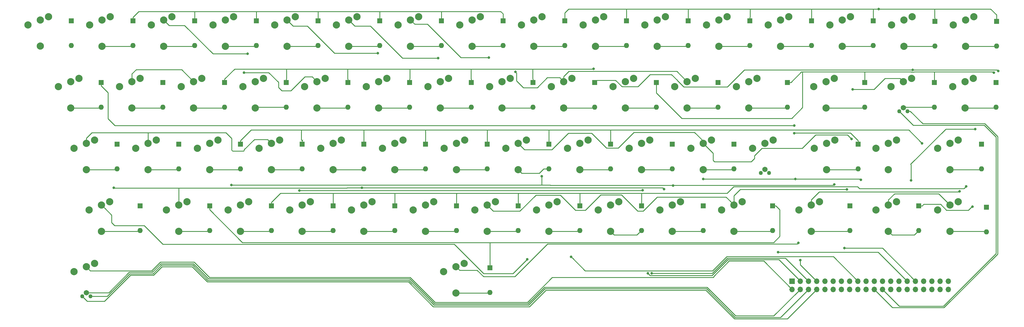
<source format=gbr>
G04 #@! TF.GenerationSoftware,KiCad,Pcbnew,(5.1.5-0-10_14)*
G04 #@! TF.CreationDate,2020-01-04T04:27:12-06:00*
G04 #@! TF.ProjectId,kbd-classic,6b62642d-636c-4617-9373-69632e6b6963,1.3*
G04 #@! TF.SameCoordinates,Original*
G04 #@! TF.FileFunction,Copper,L2,Bot*
G04 #@! TF.FilePolarity,Positive*
%FSLAX46Y46*%
G04 Gerber Fmt 4.6, Leading zero omitted, Abs format (unit mm)*
G04 Created by KiCad (PCBNEW (5.1.5-0-10_14)) date 2020-01-04 04:27:12*
%MOMM*%
%LPD*%
G04 APERTURE LIST*
%ADD10C,2.235200*%
%ADD11O,1.600000X1.600000*%
%ADD12R,1.600000X1.600000*%
%ADD13C,1.270000*%
%ADD14C,1.651000*%
%ADD15R,1.700000X1.700000*%
%ADD16O,1.700000X1.700000*%
%ADD17C,0.812800*%
%ADD18C,0.800000*%
%ADD19C,0.254000*%
G04 APERTURE END LIST*
D10*
X68572380Y-93799660D03*
X68572380Y-85798660D03*
X71112380Y-84719160D03*
X64762380Y-87259160D03*
D11*
X78097380Y-93609160D03*
D12*
X78097380Y-85989160D03*
D13*
X291025580Y-132979160D03*
X293565580Y-132979160D03*
D14*
X292295580Y-131899660D03*
D10*
X292295580Y-123898660D03*
X294835580Y-122819160D03*
X288485580Y-125359160D03*
D13*
X333799180Y-113929160D03*
X336339180Y-113929160D03*
D14*
X335069180Y-112849660D03*
D10*
X335069180Y-104848660D03*
X337609180Y-103769160D03*
X331259180Y-106309160D03*
D11*
X344634820Y-112659160D03*
D12*
X344634820Y-105039160D03*
D13*
X81475580Y-171079160D03*
X84015580Y-171079160D03*
D14*
X82745580Y-169999660D03*
D10*
X82745580Y-161998660D03*
X85285580Y-160919160D03*
X78935580Y-163459160D03*
X193133980Y-163459160D03*
X199483980Y-160919160D03*
X196943980Y-161935160D03*
X196943980Y-170063160D03*
X240860580Y-144409160D03*
X247210580Y-141869160D03*
X244670580Y-142885160D03*
X244670580Y-151013160D03*
X83812380Y-87259160D03*
X90162380Y-84719160D03*
X87622380Y-85735160D03*
X87622380Y-93863160D03*
X217162380Y-87259160D03*
X223512380Y-84719160D03*
X220972380Y-85735160D03*
X220972380Y-93863160D03*
X259910580Y-144409160D03*
X266260580Y-141869160D03*
X263720580Y-142885160D03*
X263720580Y-151013160D03*
X112107980Y-106309160D03*
X118457980Y-103769160D03*
X115917980Y-104785160D03*
X115917980Y-112913160D03*
X102862380Y-87259160D03*
X109212380Y-84719160D03*
X106672380Y-85735160D03*
X106672380Y-93863160D03*
X236212380Y-87259160D03*
X242562380Y-84719160D03*
X240022380Y-85735160D03*
X240022380Y-93863160D03*
X250385580Y-125359160D03*
X256735580Y-122819160D03*
X254195580Y-123835160D03*
X254195580Y-131963160D03*
X131157980Y-106309160D03*
X137507980Y-103769160D03*
X134967980Y-104785160D03*
X134967980Y-112913160D03*
X121912380Y-87259160D03*
X128262380Y-84719160D03*
X125722380Y-85735160D03*
X125722380Y-93863160D03*
X255262380Y-87259160D03*
X261612380Y-84719160D03*
X259072380Y-85735160D03*
X259072380Y-93863160D03*
X245457980Y-106309160D03*
X251807980Y-103769160D03*
X249267980Y-104785160D03*
X249267980Y-112913160D03*
X150207980Y-106309160D03*
X156557980Y-103769160D03*
X154017980Y-104785160D03*
X154017980Y-112913160D03*
X140962380Y-87259160D03*
X147312380Y-84719160D03*
X144772380Y-85735160D03*
X144772380Y-93863160D03*
X274312380Y-87259160D03*
X280662380Y-84719160D03*
X278122380Y-85735160D03*
X278122380Y-93863160D03*
X283557980Y-106309160D03*
X289907980Y-103769160D03*
X287367980Y-104785160D03*
X287367980Y-112913160D03*
X169257980Y-106309160D03*
X175607980Y-103769160D03*
X173067980Y-104785160D03*
X173067980Y-112913160D03*
X160012380Y-87259160D03*
X166362380Y-84719160D03*
X163822380Y-85735160D03*
X163822380Y-93863160D03*
X293362380Y-87259160D03*
X299712380Y-84719160D03*
X297172380Y-85735160D03*
X297172380Y-93863160D03*
X307408580Y-106309160D03*
X313758580Y-103769160D03*
X311218580Y-104785160D03*
X311218580Y-112913160D03*
X188307980Y-106309160D03*
X194657980Y-103769160D03*
X192117980Y-104785160D03*
X192117980Y-112913160D03*
X179062380Y-87259160D03*
X185412380Y-84719160D03*
X182872380Y-85735160D03*
X182872380Y-93863160D03*
X312412380Y-87259160D03*
X318762380Y-84719160D03*
X316222380Y-85735160D03*
X316222380Y-93863160D03*
X207357980Y-106309160D03*
X213707980Y-103769160D03*
X211167980Y-104785160D03*
X211167980Y-112913160D03*
X198112380Y-87259160D03*
X204462380Y-84719160D03*
X201922380Y-85735160D03*
X201922380Y-93863160D03*
X331462380Y-87259160D03*
X337812380Y-84719160D03*
X335272380Y-85735160D03*
X335272380Y-93863160D03*
X345635580Y-125359160D03*
X351985580Y-122819160D03*
X349445580Y-123835160D03*
X349445580Y-131963160D03*
X226407980Y-106309160D03*
X232757980Y-103769160D03*
X230217980Y-104785160D03*
X230217980Y-112913160D03*
X350512380Y-87259160D03*
X356862380Y-84719160D03*
X354322380Y-85735160D03*
X354322380Y-93863160D03*
X326661780Y-144409160D03*
X333011780Y-141869160D03*
X330471780Y-142885160D03*
X330471780Y-151013160D03*
X117035580Y-125359160D03*
X123385580Y-122819160D03*
X120845580Y-123835160D03*
X120845580Y-131963160D03*
X126560580Y-144409160D03*
X132910580Y-141869160D03*
X130370580Y-142885160D03*
X130370580Y-151013160D03*
X93057980Y-106309160D03*
X99407980Y-103769160D03*
X96867980Y-104785160D03*
X96867980Y-112913160D03*
X307535580Y-125359160D03*
X313885580Y-122819160D03*
X311345580Y-123835160D03*
X311345580Y-131963160D03*
X136085580Y-125359160D03*
X142435580Y-122819160D03*
X139895580Y-123835160D03*
X139895580Y-131963160D03*
X145610580Y-144409160D03*
X151960580Y-141869160D03*
X149420580Y-142885160D03*
X149420580Y-151013160D03*
X97985580Y-125359160D03*
X104335580Y-122819160D03*
X101795580Y-123835160D03*
X101795580Y-131963160D03*
X78935580Y-125359160D03*
X85285580Y-122819160D03*
X82745580Y-123835160D03*
X82745580Y-131963160D03*
X155135580Y-125359160D03*
X161485580Y-122819160D03*
X158945580Y-123835160D03*
X158945580Y-131963160D03*
X164660580Y-144409160D03*
X171010580Y-141869160D03*
X168470580Y-142885160D03*
X168470580Y-151013160D03*
X107510580Y-144409160D03*
X113860580Y-141869160D03*
X111320580Y-142885160D03*
X111320580Y-151013160D03*
X74185780Y-106309160D03*
X80535780Y-103769160D03*
X77995780Y-104785160D03*
X77995780Y-112913160D03*
X174185580Y-125359160D03*
X180535580Y-122819160D03*
X177995580Y-123835160D03*
X177995580Y-131963160D03*
X183710580Y-144409160D03*
X190060580Y-141869160D03*
X187520580Y-142885160D03*
X187520580Y-151013160D03*
X193235580Y-125359160D03*
X199585580Y-122819160D03*
X197045580Y-123835160D03*
X197045580Y-131963160D03*
X202760580Y-144409160D03*
X209110580Y-141869160D03*
X206570580Y-142885160D03*
X206570580Y-151013160D03*
X278960580Y-144409160D03*
X285310580Y-141869160D03*
X282770580Y-142885160D03*
X282770580Y-151013160D03*
X212285580Y-125359160D03*
X218635580Y-122819160D03*
X216095580Y-123835160D03*
X216095580Y-131963160D03*
X221810580Y-144409160D03*
X228160580Y-141869160D03*
X225620580Y-142885160D03*
X225620580Y-151013160D03*
X269435580Y-125359160D03*
X275785580Y-122819160D03*
X273245580Y-123835160D03*
X273245580Y-131963160D03*
X83659980Y-144409160D03*
X90009980Y-141869160D03*
X87469980Y-142885160D03*
X87469980Y-151013160D03*
X231335580Y-125359160D03*
X237685580Y-122819160D03*
X235145580Y-123835160D03*
X235145580Y-131963160D03*
X264507980Y-106309160D03*
X270857980Y-103769160D03*
X268317980Y-104785160D03*
X268317980Y-112913160D03*
X302811180Y-144409160D03*
X309161180Y-141869160D03*
X306621180Y-142885160D03*
X306621180Y-151013160D03*
X330395580Y-131963160D03*
X330395580Y-123835160D03*
X332935580Y-122819160D03*
X326585580Y-125359160D03*
X350309180Y-106309160D03*
X356659180Y-103769160D03*
X354119180Y-104785160D03*
X354119180Y-112913160D03*
X345711780Y-144409160D03*
X352061780Y-141869160D03*
X349521780Y-142885160D03*
X349521780Y-151013160D03*
D15*
X300710600Y-166420800D03*
D16*
X300710600Y-168960800D03*
X303250600Y-166420800D03*
X303250600Y-168960800D03*
X305790600Y-166420800D03*
X305790600Y-168960800D03*
X308330600Y-166420800D03*
X308330600Y-168960800D03*
X310870600Y-166420800D03*
X310870600Y-168960800D03*
X313410600Y-166420800D03*
X313410600Y-168960800D03*
X315950600Y-166420800D03*
X315950600Y-168960800D03*
X318490600Y-166420800D03*
X318490600Y-168960800D03*
X321030600Y-166420800D03*
X321030600Y-168960800D03*
X323570600Y-166420800D03*
X323570600Y-168960800D03*
X326110600Y-166420800D03*
X326110600Y-168960800D03*
X328650600Y-166420800D03*
X328650600Y-168960800D03*
X331190600Y-166420800D03*
X331190600Y-168960800D03*
X333730600Y-166420800D03*
X333730600Y-168960800D03*
X336270600Y-166420800D03*
X336270600Y-168960800D03*
X338810600Y-166420800D03*
X338810600Y-168960800D03*
X341350600Y-166420800D03*
X341350600Y-168960800D03*
X343890600Y-166420800D03*
X343890600Y-168960800D03*
X346430600Y-166420800D03*
X346430600Y-168960800D03*
X348970600Y-166420800D03*
X348970600Y-168960800D03*
D11*
X325747380Y-93609160D03*
D12*
X325747380Y-85989160D03*
D11*
X239742980Y-112659160D03*
D12*
X239742980Y-105039160D03*
D11*
X363684820Y-112659160D03*
D12*
X363684820Y-105039160D03*
D11*
X318546480Y-150759160D03*
D12*
X318546480Y-143139160D03*
D11*
X277842980Y-112659160D03*
D12*
X277842980Y-105039160D03*
D11*
X254195580Y-150759160D03*
D12*
X254195580Y-143139160D03*
D11*
X244670580Y-131709160D03*
D12*
X244670580Y-124089160D03*
D11*
X99395280Y-150759160D03*
D12*
X99395280Y-143139160D03*
D11*
X282770580Y-131709160D03*
D12*
X282770580Y-124089160D03*
D11*
X235145580Y-150759160D03*
D12*
X235145580Y-143139160D03*
D11*
X225620580Y-131709160D03*
D12*
X225620580Y-124089160D03*
D11*
X294695880Y-150759160D03*
D12*
X294695880Y-143139160D03*
D11*
X216095580Y-150759160D03*
D12*
X216095580Y-143139160D03*
D11*
X206570580Y-131709160D03*
D12*
X206570580Y-124089160D03*
D11*
X207408780Y-169961560D03*
D12*
X207408780Y-162341560D03*
D11*
X197045580Y-150759160D03*
D12*
X197045580Y-143139160D03*
D11*
X187520580Y-131709160D03*
D12*
X187520580Y-124089160D03*
D11*
X87342980Y-112659160D03*
D12*
X87342980Y-105039160D03*
D11*
X120845580Y-150759160D03*
D12*
X120845580Y-143139160D03*
D11*
X177995580Y-150759160D03*
D12*
X177995580Y-143139160D03*
D11*
X168470580Y-131709160D03*
D12*
X168470580Y-124089160D03*
D11*
X92270580Y-131709160D03*
D12*
X92270580Y-124089160D03*
D11*
X111320580Y-131709160D03*
D12*
X111320580Y-124089160D03*
D11*
X158945580Y-150759160D03*
D12*
X158945580Y-143139160D03*
D11*
X149420580Y-131709160D03*
D12*
X149420580Y-124089160D03*
D11*
X321081400Y-131709160D03*
D12*
X321081400Y-124089160D03*
D11*
X106392980Y-112659160D03*
D12*
X106392980Y-105039160D03*
D11*
X139895580Y-150759160D03*
D12*
X139895580Y-143139160D03*
D11*
X130370580Y-131709160D03*
D12*
X130370580Y-124089160D03*
D11*
X360730800Y-151244300D03*
D12*
X360730800Y-143624300D03*
D11*
X339858113Y-150759160D03*
D12*
X339858113Y-143139160D03*
D11*
X363847380Y-93776800D03*
D12*
X363847380Y-86156800D03*
D11*
X359181400Y-131709160D03*
D12*
X359181400Y-124089160D03*
D11*
X344797380Y-93776800D03*
D12*
X344797380Y-86156800D03*
D11*
X211447380Y-93609160D03*
D12*
X211447380Y-85989160D03*
D11*
X220692980Y-112659160D03*
D12*
X220692980Y-105039160D03*
D11*
X192397380Y-93609160D03*
D12*
X192397380Y-85989160D03*
D11*
X201642980Y-112659160D03*
D12*
X201642980Y-105039160D03*
D11*
X323143880Y-112659160D03*
D12*
X323143880Y-105039160D03*
D11*
X306697380Y-93609160D03*
D12*
X306697380Y-85989160D03*
D11*
X173347380Y-93609160D03*
D12*
X173347380Y-85989160D03*
D11*
X182592980Y-112659160D03*
D12*
X182592980Y-105039160D03*
D11*
X299293280Y-112659160D03*
D12*
X299293280Y-105039160D03*
D11*
X287647380Y-93609160D03*
D12*
X287647380Y-85989160D03*
D11*
X154297380Y-93609160D03*
D12*
X154297380Y-85989160D03*
D11*
X163542980Y-112659160D03*
D12*
X163542980Y-105039160D03*
D11*
X258792980Y-112659160D03*
D12*
X258792980Y-105039160D03*
D11*
X268597380Y-93609160D03*
D12*
X268597380Y-85989160D03*
D11*
X135247380Y-93609160D03*
D12*
X135247380Y-85989160D03*
D11*
X144492980Y-112659160D03*
D12*
X144492980Y-105039160D03*
D11*
X263720580Y-131709160D03*
D12*
X263720580Y-124089160D03*
D11*
X249547380Y-93609160D03*
D12*
X249547380Y-85989160D03*
D11*
X116197380Y-93609160D03*
D12*
X116197380Y-85989160D03*
D11*
X125442980Y-112659160D03*
D12*
X125442980Y-105039160D03*
D11*
X273245580Y-150759160D03*
D12*
X273245580Y-143139160D03*
D11*
X230497380Y-93609160D03*
D12*
X230497380Y-85989160D03*
D11*
X97147380Y-93609160D03*
D12*
X97147380Y-85989160D03*
D17*
X340839410Y-123825000D03*
X301426880Y-118371620D03*
X87342980Y-105039160D03*
X301426880Y-120721120D03*
X316896034Y-156241034D03*
X296417988Y-157480000D03*
D18*
X239455960Y-100853240D03*
X364404848Y-101472331D03*
D17*
X337994602Y-101145998D03*
D18*
X356433120Y-143416020D03*
D17*
X363067600Y-101991160D03*
X232473500Y-158877000D03*
X357301800Y-119443498D03*
X337439000Y-135318500D03*
D18*
X352463100Y-138666220D03*
X273291300Y-134884160D03*
X215249760Y-101770180D03*
D17*
X301741840Y-134884160D03*
X321945001Y-135128000D03*
D18*
X207048100Y-97373440D03*
X319102740Y-122473720D03*
X319410080Y-107210860D03*
D17*
X218899740Y-159646620D03*
D18*
X191424560Y-97497900D03*
X317662560Y-138107990D03*
D17*
X303276000Y-159893000D03*
D18*
X172783500Y-96012000D03*
X302704500Y-154559000D03*
X167906700Y-137576560D03*
X91279980Y-137584180D03*
X131427220Y-102006400D03*
X261188620Y-138009589D03*
D17*
X257403600Y-163953812D03*
D18*
X132552440Y-96202500D03*
X148586190Y-138393170D03*
D17*
X256159000Y-163953810D03*
D18*
X254571500Y-138366500D03*
X263956800Y-136870440D03*
X223377760Y-134061200D03*
X313720480Y-136524430D03*
D17*
X127553720Y-136763760D03*
X327510140Y-82349340D03*
X354500180Y-137167620D03*
D19*
X130370580Y-124089160D02*
X130370580Y-123035160D01*
X130370580Y-123035160D02*
X133675220Y-119730520D01*
X149420580Y-123035160D02*
X149618700Y-122837040D01*
X149161500Y-122776080D02*
X149161500Y-119730520D01*
X149420580Y-123035160D02*
X149161500Y-122776080D01*
X149420580Y-124089160D02*
X149420580Y-123035160D01*
X133675220Y-119730520D02*
X149161500Y-119730520D01*
X168485820Y-123019920D02*
X168485820Y-119730520D01*
X168470580Y-123035160D02*
X168485820Y-123019920D01*
X168470580Y-124089160D02*
X168470580Y-123035160D01*
X149161500Y-119730520D02*
X168485820Y-119730520D01*
X187520580Y-119804180D02*
X187520580Y-124089160D01*
X187594240Y-119730520D02*
X187520580Y-119804180D01*
X168485820Y-119730520D02*
X187594240Y-119730520D01*
X206570580Y-119783860D02*
X206570580Y-124089160D01*
X206517240Y-119730520D02*
X206570580Y-119783860D01*
X187594240Y-119730520D02*
X206517240Y-119730520D01*
X225587560Y-123002140D02*
X225587560Y-119730520D01*
X225620580Y-123035160D02*
X225587560Y-123002140D01*
X225620580Y-124089160D02*
X225620580Y-123035160D01*
X206517240Y-119730520D02*
X225587560Y-119730520D01*
X244670580Y-119758460D02*
X244670580Y-124089160D01*
X244678200Y-119750840D02*
X244670580Y-119758460D01*
X340433011Y-123418601D02*
X340839410Y-123825000D01*
X336744930Y-119730520D02*
X340433011Y-123418601D01*
X225587560Y-119730520D02*
X336744930Y-119730520D01*
X87342980Y-106093160D02*
X89433400Y-108183580D01*
X87342980Y-105039160D02*
X87342980Y-106093160D01*
X89433400Y-108183580D02*
X89433400Y-116240560D01*
X89433400Y-116240560D02*
X91564460Y-118371620D01*
X91564460Y-118371620D02*
X301426880Y-118371620D01*
X321081400Y-123035160D02*
X321081400Y-124089160D01*
X306288329Y-120675411D02*
X318775091Y-120675411D01*
X318775091Y-120675411D02*
X321081400Y-122981720D01*
X321081400Y-122981720D02*
X321081400Y-123035160D01*
X301472589Y-120675411D02*
X301426880Y-120721120D01*
X306288329Y-120675411D02*
X301472589Y-120675411D01*
X317470770Y-156241034D02*
X316896034Y-156241034D01*
X328630834Y-156241034D02*
X317470770Y-156241034D01*
X338810600Y-166420800D02*
X328630834Y-156241034D01*
X207391000Y-156301440D02*
X207408780Y-156319220D01*
X207408780Y-156319220D02*
X207408780Y-162341560D01*
X296992724Y-157480000D02*
X296417988Y-157480000D01*
X327329800Y-157480000D02*
X296992724Y-157480000D01*
X336270600Y-166420800D02*
X327329800Y-157480000D01*
X295749880Y-143139160D02*
X294695880Y-143139160D01*
X296928540Y-144317820D02*
X295749880Y-143139160D01*
X296928540Y-152585420D02*
X296928540Y-144317820D01*
X130990989Y-154485989D02*
X295027971Y-154485989D01*
X120845580Y-144340580D02*
X130990989Y-154485989D01*
X295027971Y-154485989D02*
X296928540Y-152585420D01*
X120845580Y-143139160D02*
X120845580Y-144340580D01*
X207408780Y-154490420D02*
X207408780Y-156319220D01*
X207416400Y-154482800D02*
X207408780Y-154490420D01*
X239488980Y-112913160D02*
X239742980Y-112659160D01*
X230217980Y-112913160D02*
X239488980Y-112913160D01*
X344711020Y-93863160D02*
X344797380Y-93776800D01*
X335272380Y-93863160D02*
X344711020Y-93863160D01*
X211193380Y-93863160D02*
X211447380Y-93609160D01*
X201922380Y-93863160D02*
X211193380Y-93863160D01*
X220438980Y-112913160D02*
X220692980Y-112659160D01*
X211167980Y-112913160D02*
X220438980Y-112913160D01*
X335323180Y-112659160D02*
X335069180Y-112913160D01*
X344634820Y-112659160D02*
X335323180Y-112659160D01*
X325493380Y-93863160D02*
X325747380Y-93609160D01*
X316222380Y-93863160D02*
X325493380Y-93863160D01*
X192143380Y-93863160D02*
X192397380Y-93609160D01*
X182872380Y-93863160D02*
X192143380Y-93863160D01*
X201388980Y-112913160D02*
X201642980Y-112659160D01*
X192117980Y-112913160D02*
X201388980Y-112913160D01*
X322889880Y-112913160D02*
X323143880Y-112659160D01*
X311218580Y-112913160D02*
X322889880Y-112913160D01*
X306443380Y-93863160D02*
X306697380Y-93609160D01*
X297172380Y-93863160D02*
X306443380Y-93863160D01*
X173093380Y-93863160D02*
X173347380Y-93609160D01*
X163822380Y-93863160D02*
X173093380Y-93863160D01*
X299039280Y-112913160D02*
X299293280Y-112659160D01*
X287367980Y-112913160D02*
X299039280Y-112913160D01*
X287393380Y-93863160D02*
X287647380Y-93609160D01*
X278122380Y-93863160D02*
X287393380Y-93863160D01*
X154043380Y-93863160D02*
X154297380Y-93609160D01*
X144772380Y-93863160D02*
X154043380Y-93863160D01*
X258538980Y-112913160D02*
X258792980Y-112659160D01*
X249267980Y-112913160D02*
X258538980Y-112913160D01*
X268343380Y-93863160D02*
X268597380Y-93609160D01*
X259072380Y-93863160D02*
X268343380Y-93863160D01*
X134993380Y-93863160D02*
X135247380Y-93609160D01*
X125722380Y-93863160D02*
X134993380Y-93863160D01*
X135221980Y-112659160D02*
X134967980Y-112913160D01*
X144492980Y-112659160D02*
X135221980Y-112659160D01*
X263466580Y-131963160D02*
X263720580Y-131709160D01*
X254195580Y-131963160D02*
X263466580Y-131963160D01*
X249293380Y-93863160D02*
X249547380Y-93609160D01*
X240022380Y-93863160D02*
X249293380Y-93863160D01*
X115943380Y-93863160D02*
X116197380Y-93609160D01*
X106672380Y-93863160D02*
X115943380Y-93863160D01*
X125188980Y-112913160D02*
X125442980Y-112659160D01*
X115917980Y-112913160D02*
X125188980Y-112913160D01*
X272991580Y-151013160D02*
X273245580Y-150759160D01*
X263720580Y-151013160D02*
X272991580Y-151013160D01*
X230243380Y-93863160D02*
X230497380Y-93609160D01*
X220972380Y-93863160D02*
X230243380Y-93863160D01*
X96893380Y-93863160D02*
X97147380Y-93609160D01*
X87622380Y-93863160D02*
X96893380Y-93863160D01*
X363430820Y-112913160D02*
X363684820Y-112659160D01*
X354119180Y-112913160D02*
X363430820Y-112913160D01*
X318292480Y-151013160D02*
X318546480Y-150759160D01*
X306621180Y-151013160D02*
X318292480Y-151013160D01*
X125442980Y-103985160D02*
X128549500Y-100878640D01*
X125442980Y-105039160D02*
X125442980Y-103985160D01*
X220629480Y-103921660D02*
X220629480Y-100878640D01*
X220692980Y-103985160D02*
X220629480Y-103921660D01*
X220692980Y-105039160D02*
X220692980Y-103985160D01*
X220629480Y-100878640D02*
X237881160Y-100878640D01*
X201584560Y-103926740D02*
X201584560Y-100878640D01*
X201642980Y-103985160D02*
X201584560Y-103926740D01*
X201642980Y-105039160D02*
X201642980Y-103985160D01*
X201584560Y-100878640D02*
X220629480Y-100878640D01*
X182669180Y-103908960D02*
X182669180Y-100878640D01*
X182592980Y-103985160D02*
X182669180Y-103908960D01*
X182592980Y-105039160D02*
X182592980Y-103985160D01*
X182669180Y-100878640D02*
X201584560Y-100878640D01*
X163499800Y-103941980D02*
X163499800Y-100878640D01*
X163542980Y-103985160D02*
X163499800Y-103941980D01*
X163542980Y-105039160D02*
X163542980Y-103985160D01*
X163499800Y-100878640D02*
X182669180Y-100878640D01*
X144584420Y-103893720D02*
X144584420Y-100878640D01*
X144492980Y-103985160D02*
X144584420Y-103893720D01*
X144492980Y-105039160D02*
X144492980Y-103985160D01*
X128549500Y-100878640D02*
X144584420Y-100878640D01*
X144584420Y-100878640D02*
X163499800Y-100878640D01*
X237881160Y-100878640D02*
X239430560Y-100878640D01*
X239430560Y-100878640D02*
X239455960Y-100853240D01*
X364078515Y-101145998D02*
X364404848Y-101472331D01*
X337994602Y-101145998D02*
X364078515Y-101145998D01*
X253136400Y-106375200D02*
X256895600Y-102616000D01*
X280705560Y-106392980D02*
X285952542Y-101145998D01*
X285952542Y-101145998D02*
X337994602Y-101145998D01*
X239742980Y-105039160D02*
X240408460Y-104373680D01*
X267266420Y-106392980D02*
X280705560Y-106392980D01*
X265226800Y-104343200D02*
X265247120Y-104373680D01*
X246214900Y-104373680D02*
X248216420Y-106375200D01*
X263499600Y-102616000D02*
X265226800Y-104343200D01*
X240408460Y-104373680D02*
X246214900Y-104373680D01*
X256895600Y-102616000D02*
X263499600Y-102616000D01*
X248216420Y-106375200D02*
X253136400Y-106375200D01*
X265247120Y-104373680D02*
X267266420Y-106392980D01*
X300347280Y-105039160D02*
X303608640Y-101777800D01*
X299293280Y-105039160D02*
X300347280Y-105039160D01*
X323143880Y-101795580D02*
X323126100Y-101777800D01*
X323143880Y-105039160D02*
X323143880Y-101795580D01*
X356219760Y-143416020D02*
X356433120Y-143416020D01*
X339858113Y-143139160D02*
X340912113Y-143139160D01*
X341366773Y-142684500D02*
X346600780Y-142684500D01*
X340912113Y-143139160D02*
X341366773Y-142684500D01*
X346600780Y-142684500D02*
X348416880Y-144500600D01*
X348416880Y-144500600D02*
X355135180Y-144500600D01*
X355135180Y-144500600D02*
X356219760Y-143416020D01*
X344634820Y-101879400D02*
X344634820Y-105039160D01*
X344533220Y-101777800D02*
X344634820Y-101879400D01*
X362854240Y-101777800D02*
X363067600Y-101991160D01*
X344533220Y-101777800D02*
X362854240Y-101777800D01*
X337540970Y-101777800D02*
X337642569Y-101879399D01*
X338346635Y-101879399D02*
X338448234Y-101777800D01*
X338448234Y-101777800D02*
X344533220Y-101777800D01*
X323126100Y-101777800D02*
X337540970Y-101777800D01*
X337642569Y-101879399D02*
X338346635Y-101879399D01*
X303608640Y-101777800D02*
X303961800Y-101777800D01*
X303961800Y-101777800D02*
X323126100Y-101777800D01*
X258792980Y-108272580D02*
X258792980Y-105039160D01*
X266649200Y-116128800D02*
X258792980Y-108272580D01*
X300634400Y-116128800D02*
X266649200Y-116128800D01*
X303961800Y-112801400D02*
X300634400Y-116128800D01*
X303961800Y-101777800D02*
X303961800Y-112801400D01*
X97147380Y-85989160D02*
X97147380Y-84935160D01*
X97147380Y-84935160D02*
X98935640Y-83146900D01*
X173347380Y-83230720D02*
X173347380Y-85989160D01*
X173431200Y-83146900D02*
X173347380Y-83230720D01*
X116197380Y-83223100D02*
X116121180Y-83146900D01*
X116197380Y-85989160D02*
X116197380Y-83223100D01*
X98935640Y-83146900D02*
X116121180Y-83146900D01*
X135247380Y-83212940D02*
X135247380Y-85989160D01*
X135181340Y-83146900D02*
X135247380Y-83212940D01*
X116121180Y-83146900D02*
X135181340Y-83146900D01*
X154297380Y-83200240D02*
X154297380Y-85989160D01*
X154350720Y-83146900D02*
X154297380Y-83200240D01*
X135181340Y-83146900D02*
X154350720Y-83146900D01*
X154350720Y-83146900D02*
X173431200Y-83146900D01*
X211447380Y-83842860D02*
X211447380Y-85989160D01*
X210751420Y-83146900D02*
X211447380Y-83842860D01*
X192397380Y-83261200D02*
X192397380Y-85989160D01*
X192283080Y-83146900D02*
X192397380Y-83261200D01*
X173431200Y-83146900D02*
X192283080Y-83146900D01*
X192283080Y-83146900D02*
X210751420Y-83146900D01*
X232879899Y-159283399D02*
X232473500Y-158877000D01*
X236816900Y-163220400D02*
X232879899Y-159283399D01*
X313467779Y-158857979D02*
X280547885Y-158857979D01*
X280547885Y-158857979D02*
X276185464Y-163220400D01*
X321030600Y-166420800D02*
X313467779Y-158857979D01*
X276185464Y-163220400D02*
X236816900Y-163220400D01*
X282516580Y-131963160D02*
X282770580Y-131709160D01*
X273245580Y-131963160D02*
X282516580Y-131963160D01*
X234891580Y-151013160D02*
X235145580Y-150759160D01*
X225620580Y-151013160D02*
X234891580Y-151013160D01*
X216095580Y-131963160D02*
X217213179Y-133080759D01*
X222640171Y-133080759D02*
X224011770Y-131709160D01*
X224011770Y-131709160D02*
X225620580Y-131709160D01*
X217213179Y-133080759D02*
X222640171Y-133080759D01*
X215841580Y-151013160D02*
X216095580Y-150759160D01*
X206570580Y-151013160D02*
X215841580Y-151013160D01*
X206316580Y-131963160D02*
X206570580Y-131709160D01*
X197045580Y-131963160D02*
X206316580Y-131963160D01*
X207307180Y-170063160D02*
X207408780Y-169961560D01*
X196943980Y-170063160D02*
X207307180Y-170063160D01*
X196791580Y-151013160D02*
X197045580Y-150759160D01*
X187520580Y-151013160D02*
X196791580Y-151013160D01*
X187266580Y-131963160D02*
X187520580Y-131709160D01*
X177995580Y-131963160D02*
X187266580Y-131963160D01*
X87088980Y-112913160D02*
X87342980Y-112659160D01*
X77995780Y-112913160D02*
X87088980Y-112913160D01*
X120591580Y-151013160D02*
X120845580Y-150759160D01*
X111320580Y-151013160D02*
X120591580Y-151013160D01*
X177741580Y-151013160D02*
X177995580Y-150759160D01*
X168470580Y-151013160D02*
X177741580Y-151013160D01*
X168216580Y-131963160D02*
X168470580Y-131709160D01*
X158945580Y-131963160D02*
X168216580Y-131963160D01*
X92016580Y-131963160D02*
X92270580Y-131709160D01*
X82745580Y-131963160D02*
X92016580Y-131963160D01*
X111066580Y-131963160D02*
X111320580Y-131709160D01*
X101795580Y-131963160D02*
X111066580Y-131963160D01*
X158691580Y-151013160D02*
X158945580Y-150759160D01*
X149420580Y-151013160D02*
X158691580Y-151013160D01*
X149166580Y-131963160D02*
X149420580Y-131709160D01*
X139895580Y-131963160D02*
X149166580Y-131963160D01*
X320827400Y-131963160D02*
X321081400Y-131709160D01*
X311345580Y-131963160D02*
X320827400Y-131963160D01*
X106138980Y-112913160D02*
X106392980Y-112659160D01*
X96867980Y-112913160D02*
X106138980Y-112913160D01*
X139641580Y-151013160D02*
X139895580Y-150759160D01*
X130370580Y-151013160D02*
X139641580Y-151013160D01*
X130116580Y-131963160D02*
X130370580Y-131709160D01*
X120845580Y-131963160D02*
X130116580Y-131963160D01*
X330471780Y-141304635D02*
X332368515Y-139407900D01*
X330471780Y-142885160D02*
X330471780Y-141304635D01*
X346044520Y-139407900D02*
X349521780Y-142885160D01*
X332368515Y-139407900D02*
X346044520Y-139407900D01*
X357301800Y-119443498D02*
X348170502Y-119443498D01*
X348170502Y-119443498D02*
X348107000Y-119507000D01*
X337439000Y-130429000D02*
X337439000Y-135318500D01*
X337312000Y-130302000D02*
X337439000Y-130429000D01*
X348107000Y-119507000D02*
X337312000Y-130302000D01*
X265163300Y-101630480D02*
X268317980Y-104785160D01*
X231792135Y-101630480D02*
X265163300Y-101630480D01*
X230217980Y-103204635D02*
X231792135Y-101630480D01*
X230217980Y-104785160D02*
X230217980Y-103581200D01*
X230217980Y-103581200D02*
X230217980Y-103204635D01*
X306621180Y-141304635D02*
X306621180Y-142885160D01*
X309090823Y-138834992D02*
X306621180Y-141304635D01*
X352463100Y-138666220D02*
X352294328Y-138834992D01*
X352294328Y-138834992D02*
X309090823Y-138834992D01*
X229014020Y-103581200D02*
X230217980Y-104785160D01*
X215649759Y-102170179D02*
X215649759Y-104583179D01*
X215249760Y-101770180D02*
X215649759Y-102170179D01*
X217723720Y-106657140D02*
X222074740Y-106657140D01*
X222074740Y-106657140D02*
X225150680Y-103581200D01*
X215649759Y-104583179D02*
X217723720Y-106657140D01*
X225150680Y-103581200D02*
X229014020Y-103581200D01*
X273291300Y-134884160D02*
X301741840Y-134884160D01*
X301741840Y-134884160D02*
X321701161Y-134884160D01*
X321701161Y-134884160D02*
X321945001Y-135128000D01*
X184198260Y-87061040D02*
X182872380Y-85735160D01*
X188150500Y-87061040D02*
X184198260Y-87061040D01*
X207048100Y-97373440D02*
X198462900Y-97373440D01*
X198462900Y-97373440D02*
X188150500Y-87061040D01*
X270603980Y-120495060D02*
X273245580Y-123136660D01*
X251823220Y-120495060D02*
X270603980Y-120495060D01*
X247038519Y-125279761D02*
X251823220Y-120495060D01*
X218084400Y-125823980D02*
X226522280Y-125823980D01*
X216095580Y-123835160D02*
X218084400Y-125823980D01*
X226522280Y-125823980D02*
X231650540Y-120695720D01*
X273245580Y-123136660D02*
X273245580Y-123835160D01*
X231650540Y-120695720D02*
X238848900Y-120695720D01*
X238848900Y-120695720D02*
X243432941Y-125279761D01*
X243432941Y-125279761D02*
X247038519Y-125279761D01*
X334106520Y-103822500D02*
X335069180Y-104785160D01*
X333476600Y-103822500D02*
X334106520Y-103822500D01*
X333466440Y-103832660D02*
X333476600Y-103822500D01*
X329384660Y-103832660D02*
X333466440Y-103832660D01*
X319410080Y-107210860D02*
X326006460Y-107210860D01*
X326006460Y-107210860D02*
X329384660Y-103832660D01*
X276336760Y-126926340D02*
X273245580Y-123835160D01*
X276336760Y-129075180D02*
X276336760Y-126926340D01*
X276783800Y-129522220D02*
X276336760Y-129075180D01*
X289092640Y-128539240D02*
X288109660Y-129522220D01*
X319102740Y-122473720D02*
X317850520Y-121221500D01*
X307987700Y-121221500D02*
X303860200Y-125349000D01*
X303860200Y-125349000D02*
X291410806Y-125349000D01*
X288109660Y-129522220D02*
X276783800Y-129522220D01*
X317850520Y-121221500D02*
X307987700Y-121221500D01*
X291410806Y-125349000D02*
X289092640Y-127667166D01*
X289092640Y-127667166D02*
X289092640Y-128539240D01*
X88587579Y-144002759D02*
X87469980Y-142885160D01*
X90596720Y-146011900D02*
X88587579Y-144002759D01*
X91533980Y-149232620D02*
X90596720Y-148295360D01*
X100632260Y-149232620D02*
X91533980Y-149232620D01*
X205435752Y-164040820D02*
X196436532Y-155041600D01*
X214505540Y-164040820D02*
X205435752Y-164040820D01*
X90596720Y-148295360D02*
X90596720Y-146011900D01*
X106441240Y-155041600D02*
X100632260Y-149232620D01*
X196436532Y-155041600D02*
X106441240Y-155041600D01*
X218899740Y-159646620D02*
X214505540Y-164040820D01*
X281652981Y-141767561D02*
X282770580Y-142885160D01*
X280309979Y-140424559D02*
X281652981Y-141767561D01*
X259098783Y-140424559D02*
X280309979Y-140424559D01*
X254778902Y-144744440D02*
X259098783Y-140424559D01*
X241607340Y-139763500D02*
X248041160Y-139763500D01*
X253022100Y-144744440D02*
X254778902Y-144744440D01*
X236877860Y-144492980D02*
X241607340Y-139763500D01*
X208429860Y-144744440D02*
X216678902Y-144744440D01*
X206570580Y-142885160D02*
X208429860Y-144744440D01*
X216678902Y-144744440D02*
X221596342Y-139827000D01*
X248041160Y-139763500D02*
X253022100Y-144744440D01*
X221596342Y-139827000D02*
X229153720Y-139827000D01*
X229153720Y-139827000D02*
X233819700Y-144492980D01*
X233819700Y-144492980D02*
X236877860Y-144492980D01*
X165689280Y-87602060D02*
X163822380Y-85735160D01*
X170469560Y-87602060D02*
X165689280Y-87602060D01*
X191424560Y-97497900D02*
X180365400Y-97497900D01*
X180365400Y-97497900D02*
X170469560Y-87602060D01*
X284682630Y-138107990D02*
X317662560Y-138107990D01*
X282770580Y-142885160D02*
X282770580Y-140020040D01*
X282770580Y-140020040D02*
X284682630Y-138107990D01*
X146651980Y-87614760D02*
X144772380Y-85735160D01*
X147934680Y-87614760D02*
X147754340Y-87614760D01*
X147754340Y-87614760D02*
X146651980Y-87614760D01*
X303276000Y-161366200D02*
X303276000Y-159893000D01*
X308330600Y-166420800D02*
X303276000Y-161366200D01*
X147754340Y-87614760D02*
X150995380Y-87614760D01*
X150995380Y-87614760D02*
X159392620Y-96012000D01*
X172217815Y-96012000D02*
X172783500Y-96012000D01*
X159392620Y-96012000D02*
X172217815Y-96012000D01*
X198061579Y-163052759D02*
X203469791Y-163052759D01*
X196943980Y-161935160D02*
X198061579Y-163052759D01*
X302304501Y-154958999D02*
X302704500Y-154559000D01*
X203469791Y-163052759D02*
X205440182Y-165023150D01*
X215110710Y-165023150D02*
X225174861Y-154958999D01*
X205440182Y-165023150D02*
X215110710Y-165023150D01*
X225174861Y-154958999D02*
X302304501Y-154958999D01*
X114997855Y-137627360D02*
X149202140Y-137627360D01*
X163212780Y-137627360D02*
X163263580Y-137576560D01*
X149202140Y-137627360D02*
X163212780Y-137627360D01*
X163263580Y-137576560D02*
X167906700Y-137576560D01*
X114997855Y-137627360D02*
X91475560Y-137627360D01*
X91475560Y-137627360D02*
X91432380Y-137584180D01*
X91432380Y-137584180D02*
X91279980Y-137584180D01*
X111320580Y-137629900D02*
X111323120Y-137627360D01*
X111320580Y-142885160D02*
X111320580Y-137629900D01*
X152560020Y-103327200D02*
X154017980Y-104785160D01*
X150223220Y-103327200D02*
X152560020Y-103327200D01*
X139123420Y-102006400D02*
X142130780Y-105013760D01*
X131427220Y-102006400D02*
X139123420Y-102006400D01*
X142130780Y-105013760D02*
X142130780Y-106598720D01*
X142130780Y-106598720D02*
X143154400Y-107622340D01*
X143154400Y-107622340D02*
X145928080Y-107622340D01*
X145928080Y-107622340D02*
X150223220Y-103327200D01*
X260755591Y-137576560D02*
X261188620Y-138009589D01*
X167906700Y-137576560D02*
X260755591Y-137576560D01*
X280735943Y-159311989D02*
X298681789Y-159311989D01*
X304940601Y-165570801D02*
X305790600Y-166420800D01*
X276094120Y-163953812D02*
X280735943Y-159311989D01*
X257403600Y-163953812D02*
X276094120Y-163953812D01*
X298681789Y-159311989D02*
X304940601Y-165570801D01*
X82745580Y-122254635D02*
X84482940Y-120517275D01*
X82745580Y-123835160D02*
X82745580Y-122254635D01*
X125912235Y-120517275D02*
X127690880Y-122295920D01*
X127690880Y-122295920D02*
X127690880Y-125948440D01*
X127690880Y-125948440D02*
X128016000Y-126273560D01*
X128016000Y-126273560D02*
X131340860Y-126273560D01*
X131497581Y-126116839D02*
X131497581Y-125842519D01*
X131340860Y-126273560D02*
X131497581Y-126116839D01*
X131497581Y-125842519D02*
X134663180Y-122676920D01*
X138737340Y-122676920D02*
X139895580Y-123835160D01*
X134663180Y-122676920D02*
X138737340Y-122676920D01*
X84482940Y-120517275D02*
X101900365Y-120517275D01*
X101900365Y-120517275D02*
X125912235Y-120517275D01*
X101795580Y-120622060D02*
X101900365Y-120517275D01*
X101795580Y-123835160D02*
X101795580Y-120622060D01*
X132552440Y-96202500D02*
X121914920Y-96202500D01*
X121914920Y-96202500D02*
X113136680Y-87424260D01*
X108361480Y-87424260D02*
X106672380Y-85735160D01*
X113136680Y-87424260D02*
X108361480Y-87424260D01*
X303250600Y-166344600D02*
X303250600Y-166420800D01*
X280924000Y-159766000D02*
X296672000Y-159766000D01*
X296672000Y-159766000D02*
X303250600Y-166344600D01*
X276002786Y-164687214D02*
X280924000Y-159766000D01*
X256892404Y-164687214D02*
X276002786Y-164687214D01*
X256159000Y-163953810D02*
X256892404Y-164687214D01*
X148586190Y-138393170D02*
X254544830Y-138393170D01*
X254544830Y-138393170D02*
X254571500Y-138366500D01*
X96867980Y-104785160D02*
X96867980Y-102389940D01*
X96867980Y-102389940D02*
X98171000Y-101086920D01*
X112219740Y-101086920D02*
X115917980Y-104785160D01*
X98171000Y-101086920D02*
X112219740Y-101086920D01*
X263956800Y-136870440D02*
X264029811Y-136797429D01*
X313447481Y-136797429D02*
X313720480Y-136524430D01*
X313766200Y-136779000D02*
X313720480Y-136733280D01*
X313720480Y-136733280D02*
X313720480Y-136524430D01*
X264029811Y-136797429D02*
X313447481Y-136797429D01*
X263885119Y-136798759D02*
X263956800Y-136870440D01*
X226115319Y-136798759D02*
X263885119Y-136798759D01*
X226080320Y-136763760D02*
X226115319Y-136798759D01*
X223377760Y-136697720D02*
X223311720Y-136763760D01*
X223377760Y-134061200D02*
X223377760Y-136697720D01*
X127553720Y-136763760D02*
X223311720Y-136763760D01*
X223311720Y-136763760D02*
X226080320Y-136763760D01*
X363847380Y-84188300D02*
X363847380Y-86156800D01*
X362008420Y-82349340D02*
X363847380Y-84188300D01*
X344751660Y-85057080D02*
X344751660Y-82349340D01*
X344797380Y-85102800D02*
X344751660Y-85057080D01*
X344797380Y-86156800D02*
X344797380Y-85102800D01*
X344751660Y-82349340D02*
X362008420Y-82349340D01*
X306697380Y-84935160D02*
X306722780Y-84909760D01*
X306722780Y-82349340D02*
X325737220Y-82349340D01*
X287736280Y-82349340D02*
X306722780Y-82349340D01*
X325747380Y-85989160D02*
X325747380Y-84935160D01*
X325747380Y-84935160D02*
X325737220Y-84925000D01*
X325737220Y-84925000D02*
X325737220Y-82349340D01*
X306722780Y-84909760D02*
X306722780Y-82349340D01*
X306697380Y-85989160D02*
X306697380Y-84935160D01*
X287647380Y-85989160D02*
X287647380Y-84935160D01*
X249547380Y-85989160D02*
X249547380Y-84935160D01*
X249547380Y-84935160D02*
X249552460Y-84930080D01*
X287647380Y-84935160D02*
X287736280Y-84846260D01*
X287736280Y-84846260D02*
X287736280Y-82349340D01*
X249552460Y-84930080D02*
X249552460Y-82349340D01*
X230497380Y-83596480D02*
X230497380Y-85989160D01*
X231744520Y-82349340D02*
X230497380Y-83596480D01*
X249552460Y-82349340D02*
X231744520Y-82349340D01*
X325737220Y-82349340D02*
X327510140Y-82349340D01*
X327510140Y-82349340D02*
X344751660Y-82349340D01*
X268597380Y-82384900D02*
X268597380Y-85989160D01*
X268632940Y-82349340D02*
X268597380Y-82384900D01*
X249552460Y-82349340D02*
X268632940Y-82349340D01*
X268632940Y-82349340D02*
X287736280Y-82349340D01*
X139895580Y-142085160D02*
X142704920Y-139275820D01*
X139895580Y-143139160D02*
X139895580Y-142085160D01*
X235183680Y-142047060D02*
X235183680Y-139275820D01*
X235145580Y-142085160D02*
X235183680Y-142047060D01*
X235145580Y-143139160D02*
X235145580Y-142085160D01*
X216095580Y-139491720D02*
X216311480Y-139275820D01*
X216095580Y-143139160D02*
X216095580Y-139491720D01*
X216311480Y-139275820D02*
X235183680Y-139275820D01*
X197045580Y-139443460D02*
X197045580Y-143139160D01*
X197213220Y-139275820D02*
X197045580Y-139443460D01*
X197213220Y-139275820D02*
X216311480Y-139275820D01*
X177995580Y-139324080D02*
X177995580Y-143139160D01*
X177947320Y-139275820D02*
X177995580Y-139324080D01*
X177947320Y-139275820D02*
X197213220Y-139275820D01*
X158945580Y-139346940D02*
X158945580Y-143139160D01*
X159016700Y-139275820D02*
X158945580Y-139346940D01*
X142704920Y-139275820D02*
X159016700Y-139275820D01*
X159016700Y-139275820D02*
X177947320Y-139275820D01*
X254195580Y-139306300D02*
X254195580Y-143139160D01*
X254208280Y-139293600D02*
X254195580Y-139306300D01*
X353837898Y-137829902D02*
X354093781Y-137574019D01*
X280621740Y-139275820D02*
X282646129Y-137251431D01*
X321529466Y-137829902D02*
X353837898Y-137829902D01*
X320950995Y-137251431D02*
X321529466Y-137829902D01*
X235183680Y-139275820D02*
X280621740Y-139275820D01*
X354093781Y-137574019D02*
X354500180Y-137167620D01*
X282646129Y-137251431D02*
X320950995Y-137251431D01*
X360499660Y-151013160D02*
X360730800Y-151244300D01*
X349521780Y-151013160D02*
X360499660Y-151013160D01*
X339058114Y-151559159D02*
X339858113Y-150759160D01*
X338486514Y-152130759D02*
X339058114Y-151559159D01*
X331589379Y-152130759D02*
X338486514Y-152130759D01*
X330471780Y-151013160D02*
X331589379Y-152130759D01*
X363761020Y-93863160D02*
X363847380Y-93776800D01*
X354322380Y-93863160D02*
X363761020Y-93863160D01*
X358927400Y-131963160D02*
X359181400Y-131709160D01*
X349445580Y-131963160D02*
X358927400Y-131963160D01*
X182338980Y-112913160D02*
X182592980Y-112659160D01*
X173067980Y-112913160D02*
X182338980Y-112913160D01*
X163288980Y-112913160D02*
X163542980Y-112659160D01*
X154017980Y-112913160D02*
X163288980Y-112913160D01*
X277588980Y-112913160D02*
X277842980Y-112659160D01*
X268317980Y-112913160D02*
X277588980Y-112913160D01*
X253395581Y-151559159D02*
X254195580Y-150759160D01*
X252823981Y-152130759D02*
X253395581Y-151559159D01*
X245788179Y-152130759D02*
X252823981Y-152130759D01*
X244670580Y-151013160D02*
X245788179Y-152130759D01*
X244416580Y-131963160D02*
X244670580Y-131709160D01*
X235145580Y-131963160D02*
X244416580Y-131963160D01*
X99141280Y-151013160D02*
X99395280Y-150759160D01*
X87469980Y-151013160D02*
X99141280Y-151013160D01*
X294441880Y-151013160D02*
X294695880Y-150759160D01*
X282770580Y-151013160D02*
X294441880Y-151013160D01*
X120330058Y-166169990D02*
X182458458Y-166169990D01*
X304940601Y-169810799D02*
X305790600Y-168960800D01*
X89252508Y-171079160D02*
X96193679Y-164137989D01*
X96193679Y-164137989D02*
X103316943Y-164137989D01*
X224436294Y-168762772D02*
X274292705Y-168762773D01*
X105983943Y-161470989D02*
X115631058Y-161470990D01*
X182458458Y-166169990D02*
X190129257Y-173840789D01*
X274292705Y-168762773D02*
X283129921Y-177599989D01*
X103316943Y-164137989D02*
X105983943Y-161470989D01*
X219358278Y-173840788D02*
X224436294Y-168762772D01*
X84015580Y-171079160D02*
X89252508Y-171079160D01*
X283129921Y-177599989D02*
X297151411Y-177599989D01*
X190129257Y-173840789D02*
X219358278Y-173840788D01*
X115631058Y-161470990D02*
X120330058Y-166169990D01*
X297151411Y-177599989D02*
X304940601Y-169810799D01*
X274104647Y-169216783D02*
X282941864Y-178054000D01*
X224686417Y-169216783D02*
X274104647Y-169216783D01*
X189915800Y-174294800D02*
X219608400Y-174294800D01*
X182245001Y-166624001D02*
X189915800Y-174294800D01*
X96418400Y-164592000D02*
X103505000Y-164592000D01*
X88341200Y-172669200D02*
X96418400Y-164592000D01*
X103505000Y-164592000D02*
X106172000Y-161925000D01*
X282941864Y-178054000D02*
X299237400Y-178054000D01*
X299237400Y-178054000D02*
X307480601Y-169810799D01*
X219608400Y-174294800D02*
X224686417Y-169216783D01*
X120142001Y-166624001D02*
X182245001Y-166624001D01*
X307480601Y-169810799D02*
X308330600Y-168960800D01*
X115443000Y-161925000D02*
X120142001Y-166624001D01*
X106172000Y-161925000D02*
X115443000Y-161925000D01*
X81475580Y-171079160D02*
X83065620Y-172669200D01*
X83065620Y-172669200D02*
X88341200Y-172669200D01*
X364182010Y-158049057D02*
X347660057Y-174571010D01*
X331720810Y-174571010D02*
X326960599Y-169810799D01*
X364182010Y-121731943D02*
X364182010Y-158049057D01*
X326960599Y-169810799D02*
X326110600Y-168960800D01*
X360233057Y-117782990D02*
X364182010Y-121731943D01*
X341091035Y-117782990D02*
X360233057Y-117782990D01*
X347660057Y-174571010D02*
X331720810Y-174571010D01*
X337237205Y-113929160D02*
X341091035Y-117782990D01*
X336339180Y-113929160D02*
X337237205Y-113929160D01*
X333799180Y-113929160D02*
X338107020Y-118237000D01*
X338107020Y-118237000D02*
X360045000Y-118237000D01*
X360045000Y-118237000D02*
X363728000Y-121920000D01*
X363728000Y-121920000D02*
X363728000Y-157861000D01*
X363728000Y-157861000D02*
X347472000Y-174117000D01*
X333806800Y-174117000D02*
X328650600Y-168960800D01*
X347472000Y-174117000D02*
X333806800Y-174117000D01*
X276478999Y-165258778D02*
X276479000Y-165258779D01*
X276478999Y-165258778D02*
X276478999Y-164973001D01*
X276478999Y-164973001D02*
X281231990Y-160220010D01*
X291969810Y-160220010D02*
X300710600Y-168960800D01*
X281231990Y-160220010D02*
X291969810Y-160220010D01*
X190505371Y-172932767D02*
X218982163Y-172932767D01*
X218982163Y-172932767D02*
X226656152Y-165258778D01*
X116123568Y-160573568D02*
X120777000Y-165227000D01*
X105607829Y-160562968D02*
X116123568Y-160562968D01*
X226656152Y-165258778D02*
X276478999Y-165258778D01*
X102975797Y-163195000D02*
X105607829Y-160562968D01*
X120777000Y-165227000D02*
X182799603Y-165227000D01*
X83941920Y-163195000D02*
X102975797Y-163195000D01*
X116123568Y-160562968D02*
X116123568Y-160573568D01*
X182799603Y-165227000D02*
X190505371Y-172932767D01*
X82745580Y-161998660D02*
X83941920Y-163195000D01*
X283317978Y-177145978D02*
X295065422Y-177145978D01*
X120483147Y-165681011D02*
X182611547Y-165681011D01*
X224248237Y-168308761D02*
X274480761Y-168308761D01*
X302400601Y-169810799D02*
X303250600Y-168960800D01*
X182611547Y-165681011D02*
X190317314Y-173386778D01*
X105795886Y-161016978D02*
X115819114Y-161016978D01*
X103128886Y-163683978D02*
X105795886Y-161016978D01*
X295065422Y-177145978D02*
X302400601Y-169810799D01*
X89689940Y-169999660D02*
X96005622Y-163683978D01*
X82745580Y-169999660D02*
X89689940Y-169999660D01*
X115819114Y-161016978D02*
X120483147Y-165681011D01*
X274480761Y-168308761D02*
X283317978Y-177145978D01*
X96005622Y-163683978D02*
X103128886Y-163683978D01*
X190317314Y-173386778D02*
X219170220Y-173386778D01*
X219170220Y-173386778D02*
X224248237Y-168308761D01*
M02*

</source>
